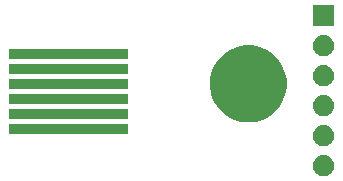
<source format=gbr>
G04 #@! TF.GenerationSoftware,KiCad,Pcbnew,(5.0.2)-1*
G04 #@! TF.CreationDate,2019-05-05T03:28:13-07:00*
G04 #@! TF.ProjectId,pickit3-icsp-adapter,7069636b-6974-4332-9d69-6373702d6164,rev?*
G04 #@! TF.SameCoordinates,Original*
G04 #@! TF.FileFunction,Soldermask,Top*
G04 #@! TF.FilePolarity,Negative*
%FSLAX46Y46*%
G04 Gerber Fmt 4.6, Leading zero omitted, Abs format (unit mm)*
G04 Created by KiCad (PCBNEW (5.0.2)-1) date 5/5/2019 3:28:13 AM*
%MOMM*%
%LPD*%
G01*
G04 APERTURE LIST*
%ADD10C,0.100000*%
G04 APERTURE END LIST*
D10*
G36*
X136000443Y-98720520D02*
X136066627Y-98727038D01*
X136179853Y-98761385D01*
X136236467Y-98778558D01*
X136375087Y-98852653D01*
X136392991Y-98862223D01*
X136428729Y-98891553D01*
X136530186Y-98974815D01*
X136613448Y-99076272D01*
X136642778Y-99112010D01*
X136642779Y-99112012D01*
X136726443Y-99268534D01*
X136726443Y-99268535D01*
X136777963Y-99438374D01*
X136795359Y-99615001D01*
X136777963Y-99791628D01*
X136743616Y-99904854D01*
X136726443Y-99961468D01*
X136652348Y-100100088D01*
X136642778Y-100117992D01*
X136613448Y-100153730D01*
X136530186Y-100255187D01*
X136428729Y-100338449D01*
X136392991Y-100367779D01*
X136392989Y-100367780D01*
X136236467Y-100451444D01*
X136179853Y-100468617D01*
X136066627Y-100502964D01*
X136000442Y-100509483D01*
X135934260Y-100516001D01*
X135845740Y-100516001D01*
X135779557Y-100509482D01*
X135713373Y-100502964D01*
X135600147Y-100468617D01*
X135543533Y-100451444D01*
X135387011Y-100367780D01*
X135387009Y-100367779D01*
X135351271Y-100338449D01*
X135249814Y-100255187D01*
X135166552Y-100153730D01*
X135137222Y-100117992D01*
X135127652Y-100100088D01*
X135053557Y-99961468D01*
X135036384Y-99904854D01*
X135002037Y-99791628D01*
X134984641Y-99615001D01*
X135002037Y-99438374D01*
X135053557Y-99268535D01*
X135053557Y-99268534D01*
X135137221Y-99112012D01*
X135137222Y-99112010D01*
X135166552Y-99076272D01*
X135249814Y-98974815D01*
X135351271Y-98891553D01*
X135387009Y-98862223D01*
X135404913Y-98852653D01*
X135543533Y-98778558D01*
X135600147Y-98761385D01*
X135713373Y-98727038D01*
X135779558Y-98720519D01*
X135845740Y-98714001D01*
X135934260Y-98714001D01*
X136000443Y-98720520D01*
X136000443Y-98720520D01*
G37*
G36*
X136000442Y-96180519D02*
X136066627Y-96187038D01*
X136179853Y-96221385D01*
X136236467Y-96238558D01*
X136375087Y-96312653D01*
X136392991Y-96322223D01*
X136428729Y-96351553D01*
X136530186Y-96434815D01*
X136613448Y-96536272D01*
X136642778Y-96572010D01*
X136642779Y-96572012D01*
X136726443Y-96728534D01*
X136726443Y-96728535D01*
X136777963Y-96898374D01*
X136795359Y-97075001D01*
X136777963Y-97251628D01*
X136743616Y-97364854D01*
X136726443Y-97421468D01*
X136652348Y-97560088D01*
X136642778Y-97577992D01*
X136613448Y-97613730D01*
X136530186Y-97715187D01*
X136428729Y-97798449D01*
X136392991Y-97827779D01*
X136392989Y-97827780D01*
X136236467Y-97911444D01*
X136179853Y-97928617D01*
X136066627Y-97962964D01*
X136000443Y-97969482D01*
X135934260Y-97976001D01*
X135845740Y-97976001D01*
X135779558Y-97969483D01*
X135713373Y-97962964D01*
X135600147Y-97928617D01*
X135543533Y-97911444D01*
X135387011Y-97827780D01*
X135387009Y-97827779D01*
X135351271Y-97798449D01*
X135249814Y-97715187D01*
X135166552Y-97613730D01*
X135137222Y-97577992D01*
X135127652Y-97560088D01*
X135053557Y-97421468D01*
X135036384Y-97364854D01*
X135002037Y-97251628D01*
X134984641Y-97075001D01*
X135002037Y-96898374D01*
X135053557Y-96728535D01*
X135053557Y-96728534D01*
X135137221Y-96572012D01*
X135137222Y-96572010D01*
X135166552Y-96536272D01*
X135249814Y-96434815D01*
X135351271Y-96351553D01*
X135387009Y-96322223D01*
X135404913Y-96312653D01*
X135543533Y-96238558D01*
X135600147Y-96221385D01*
X135713373Y-96187038D01*
X135779557Y-96180520D01*
X135845740Y-96174001D01*
X135934260Y-96174001D01*
X136000442Y-96180519D01*
X136000442Y-96180519D01*
G37*
G36*
X119351000Y-96911000D02*
X109249000Y-96911000D01*
X109249000Y-96129000D01*
X119351000Y-96129000D01*
X119351000Y-96911000D01*
X119351000Y-96911000D01*
G37*
G36*
X130174239Y-89521467D02*
X130488282Y-89583934D01*
X131079926Y-89829001D01*
X131369523Y-90022504D01*
X131612395Y-90184786D01*
X132065214Y-90637605D01*
X132065216Y-90637608D01*
X132420999Y-91170074D01*
X132666066Y-91761718D01*
X132677336Y-91818376D01*
X132791000Y-92389803D01*
X132791000Y-93030197D01*
X132728533Y-93344239D01*
X132666066Y-93658282D01*
X132420999Y-94249926D01*
X132173265Y-94620685D01*
X132065214Y-94782395D01*
X131612395Y-95235214D01*
X131612392Y-95235216D01*
X131079926Y-95590999D01*
X130488282Y-95836066D01*
X130174239Y-95898533D01*
X129860197Y-95961000D01*
X129219803Y-95961000D01*
X128905761Y-95898533D01*
X128591718Y-95836066D01*
X128000074Y-95590999D01*
X127467608Y-95235216D01*
X127467605Y-95235214D01*
X127014786Y-94782395D01*
X126906735Y-94620685D01*
X126659001Y-94249926D01*
X126413934Y-93658282D01*
X126351467Y-93344239D01*
X126289000Y-93030197D01*
X126289000Y-92389803D01*
X126402664Y-91818376D01*
X126413934Y-91761718D01*
X126659001Y-91170074D01*
X127014784Y-90637608D01*
X127014786Y-90637605D01*
X127467605Y-90184786D01*
X127710477Y-90022504D01*
X128000074Y-89829001D01*
X128591718Y-89583934D01*
X128905761Y-89521467D01*
X129219803Y-89459000D01*
X129860197Y-89459000D01*
X130174239Y-89521467D01*
X130174239Y-89521467D01*
G37*
G36*
X119351000Y-95641000D02*
X109249000Y-95641000D01*
X109249000Y-94859000D01*
X119351000Y-94859000D01*
X119351000Y-95641000D01*
X119351000Y-95641000D01*
G37*
G36*
X136000443Y-93640520D02*
X136066627Y-93647038D01*
X136179853Y-93681385D01*
X136236467Y-93698558D01*
X136375087Y-93772653D01*
X136392991Y-93782223D01*
X136428729Y-93811553D01*
X136530186Y-93894815D01*
X136580444Y-93956056D01*
X136642778Y-94032010D01*
X136642779Y-94032012D01*
X136726443Y-94188534D01*
X136726443Y-94188535D01*
X136777963Y-94358374D01*
X136795359Y-94535001D01*
X136777963Y-94711628D01*
X136756497Y-94782392D01*
X136726443Y-94881468D01*
X136718477Y-94896371D01*
X136642778Y-95037992D01*
X136620137Y-95065580D01*
X136530186Y-95175187D01*
X136428729Y-95258449D01*
X136392991Y-95287779D01*
X136392989Y-95287780D01*
X136236467Y-95371444D01*
X136179853Y-95388617D01*
X136066627Y-95422964D01*
X136000442Y-95429483D01*
X135934260Y-95436001D01*
X135845740Y-95436001D01*
X135779558Y-95429483D01*
X135713373Y-95422964D01*
X135600147Y-95388617D01*
X135543533Y-95371444D01*
X135387011Y-95287780D01*
X135387009Y-95287779D01*
X135351271Y-95258449D01*
X135249814Y-95175187D01*
X135159863Y-95065580D01*
X135137222Y-95037992D01*
X135061523Y-94896371D01*
X135053557Y-94881468D01*
X135023503Y-94782392D01*
X135002037Y-94711628D01*
X134984641Y-94535001D01*
X135002037Y-94358374D01*
X135053557Y-94188535D01*
X135053557Y-94188534D01*
X135137221Y-94032012D01*
X135137222Y-94032010D01*
X135199556Y-93956056D01*
X135249814Y-93894815D01*
X135351271Y-93811553D01*
X135387009Y-93782223D01*
X135404913Y-93772653D01*
X135543533Y-93698558D01*
X135600147Y-93681385D01*
X135713373Y-93647038D01*
X135779558Y-93640519D01*
X135845740Y-93634001D01*
X135934260Y-93634001D01*
X136000443Y-93640520D01*
X136000443Y-93640520D01*
G37*
G36*
X119351000Y-94371000D02*
X109249000Y-94371000D01*
X109249000Y-93589000D01*
X119351000Y-93589000D01*
X119351000Y-94371000D01*
X119351000Y-94371000D01*
G37*
G36*
X119351000Y-93101000D02*
X109249000Y-93101000D01*
X109249000Y-92319000D01*
X119351000Y-92319000D01*
X119351000Y-93101000D01*
X119351000Y-93101000D01*
G37*
G36*
X136000442Y-91100519D02*
X136066627Y-91107038D01*
X136179853Y-91141385D01*
X136236467Y-91158558D01*
X136258013Y-91170075D01*
X136392991Y-91242223D01*
X136428729Y-91271553D01*
X136530186Y-91354815D01*
X136605521Y-91446612D01*
X136642778Y-91492010D01*
X136642779Y-91492012D01*
X136726443Y-91648534D01*
X136726443Y-91648535D01*
X136777963Y-91818374D01*
X136795359Y-91995001D01*
X136777963Y-92171628D01*
X136751459Y-92259000D01*
X136726443Y-92341468D01*
X136652348Y-92480088D01*
X136642778Y-92497992D01*
X136613448Y-92533730D01*
X136530186Y-92635187D01*
X136428729Y-92718449D01*
X136392991Y-92747779D01*
X136392989Y-92747780D01*
X136236467Y-92831444D01*
X136179853Y-92848617D01*
X136066627Y-92882964D01*
X136000442Y-92889483D01*
X135934260Y-92896001D01*
X135845740Y-92896001D01*
X135779557Y-92889482D01*
X135713373Y-92882964D01*
X135600147Y-92848617D01*
X135543533Y-92831444D01*
X135387011Y-92747780D01*
X135387009Y-92747779D01*
X135351271Y-92718449D01*
X135249814Y-92635187D01*
X135166552Y-92533730D01*
X135137222Y-92497992D01*
X135127652Y-92480088D01*
X135053557Y-92341468D01*
X135028541Y-92259000D01*
X135002037Y-92171628D01*
X134984641Y-91995001D01*
X135002037Y-91818374D01*
X135053557Y-91648535D01*
X135053557Y-91648534D01*
X135137221Y-91492012D01*
X135137222Y-91492010D01*
X135174479Y-91446612D01*
X135249814Y-91354815D01*
X135351271Y-91271553D01*
X135387009Y-91242223D01*
X135521987Y-91170075D01*
X135543533Y-91158558D01*
X135600147Y-91141385D01*
X135713373Y-91107038D01*
X135779558Y-91100519D01*
X135845740Y-91094001D01*
X135934260Y-91094001D01*
X136000442Y-91100519D01*
X136000442Y-91100519D01*
G37*
G36*
X119351000Y-91831000D02*
X109249000Y-91831000D01*
X109249000Y-91049000D01*
X119351000Y-91049000D01*
X119351000Y-91831000D01*
X119351000Y-91831000D01*
G37*
G36*
X119351000Y-90561000D02*
X109249000Y-90561000D01*
X109249000Y-89779000D01*
X119351000Y-89779000D01*
X119351000Y-90561000D01*
X119351000Y-90561000D01*
G37*
G36*
X136000443Y-88560520D02*
X136066627Y-88567038D01*
X136179853Y-88601385D01*
X136236467Y-88618558D01*
X136375087Y-88692653D01*
X136392991Y-88702223D01*
X136428729Y-88731553D01*
X136530186Y-88814815D01*
X136613448Y-88916272D01*
X136642778Y-88952010D01*
X136642779Y-88952012D01*
X136726443Y-89108534D01*
X136726443Y-89108535D01*
X136777963Y-89278374D01*
X136795359Y-89455001D01*
X136777963Y-89631628D01*
X136743616Y-89744854D01*
X136726443Y-89801468D01*
X136711726Y-89829001D01*
X136642778Y-89957992D01*
X136613448Y-89993730D01*
X136530186Y-90095187D01*
X136428731Y-90178448D01*
X136392991Y-90207779D01*
X136392989Y-90207780D01*
X136236467Y-90291444D01*
X136179853Y-90308617D01*
X136066627Y-90342964D01*
X136000443Y-90349482D01*
X135934260Y-90356001D01*
X135845740Y-90356001D01*
X135779557Y-90349482D01*
X135713373Y-90342964D01*
X135600147Y-90308617D01*
X135543533Y-90291444D01*
X135387011Y-90207780D01*
X135387009Y-90207779D01*
X135351269Y-90178448D01*
X135249814Y-90095187D01*
X135166552Y-89993730D01*
X135137222Y-89957992D01*
X135068274Y-89829001D01*
X135053557Y-89801468D01*
X135036384Y-89744854D01*
X135002037Y-89631628D01*
X134984641Y-89455001D01*
X135002037Y-89278374D01*
X135053557Y-89108535D01*
X135053557Y-89108534D01*
X135137221Y-88952012D01*
X135137222Y-88952010D01*
X135166552Y-88916272D01*
X135249814Y-88814815D01*
X135351271Y-88731553D01*
X135387009Y-88702223D01*
X135404913Y-88692653D01*
X135543533Y-88618558D01*
X135600147Y-88601385D01*
X135713373Y-88567038D01*
X135779557Y-88560520D01*
X135845740Y-88554001D01*
X135934260Y-88554001D01*
X136000443Y-88560520D01*
X136000443Y-88560520D01*
G37*
G36*
X136791000Y-87816001D02*
X134989000Y-87816001D01*
X134989000Y-86014001D01*
X136791000Y-86014001D01*
X136791000Y-87816001D01*
X136791000Y-87816001D01*
G37*
M02*

</source>
